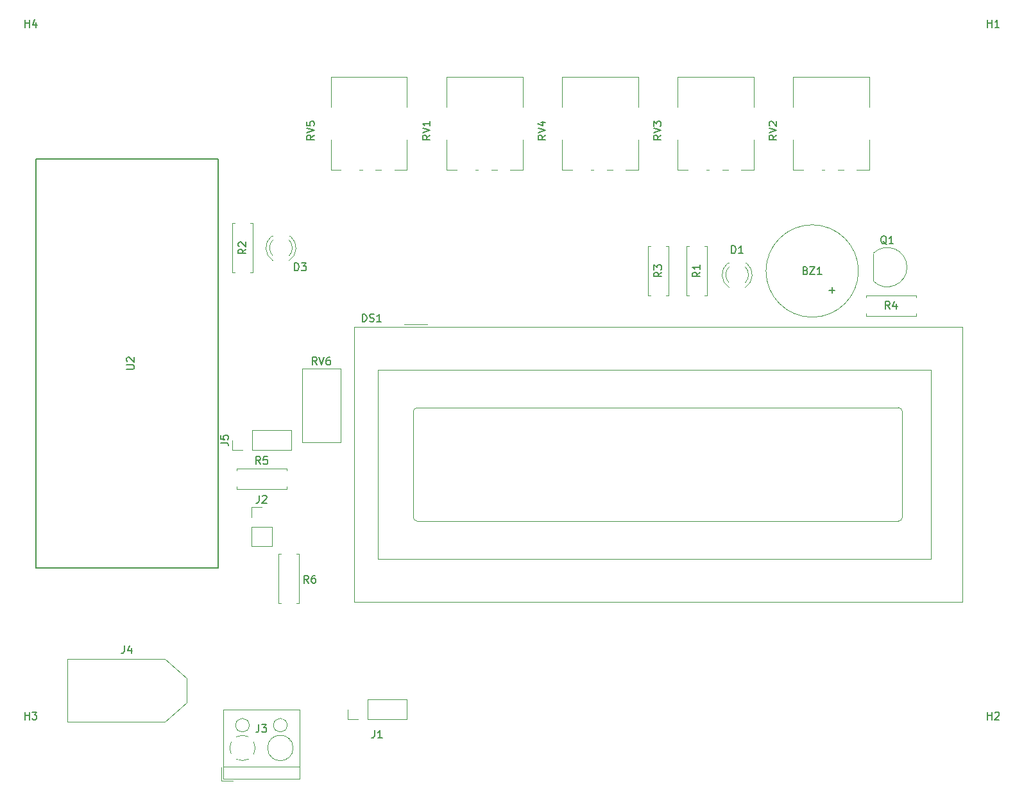
<source format=gbr>
%TF.GenerationSoftware,KiCad,Pcbnew,(6.0.8)*%
%TF.CreationDate,2022-11-09T11:36:30+07:00*%
%TF.ProjectId,SPEED_CONTROL,53504545-445f-4434-9f4e-54524f4c2e6b,rev?*%
%TF.SameCoordinates,Original*%
%TF.FileFunction,Legend,Top*%
%TF.FilePolarity,Positive*%
%FSLAX46Y46*%
G04 Gerber Fmt 4.6, Leading zero omitted, Abs format (unit mm)*
G04 Created by KiCad (PCBNEW (6.0.8)) date 2022-11-09 11:36:30*
%MOMM*%
%LPD*%
G01*
G04 APERTURE LIST*
%ADD10C,0.150000*%
%ADD11C,0.120000*%
G04 APERTURE END LIST*
D10*
%TO.C,RV2*%
X133986380Y-40981238D02*
X133510190Y-41314571D01*
X133986380Y-41552666D02*
X132986380Y-41552666D01*
X132986380Y-41171714D01*
X133034000Y-41076476D01*
X133081619Y-41028857D01*
X133176857Y-40981238D01*
X133319714Y-40981238D01*
X133414952Y-41028857D01*
X133462571Y-41076476D01*
X133510190Y-41171714D01*
X133510190Y-41552666D01*
X132986380Y-40695523D02*
X133986380Y-40362190D01*
X132986380Y-40028857D01*
X133081619Y-39743142D02*
X133034000Y-39695523D01*
X132986380Y-39600285D01*
X132986380Y-39362190D01*
X133034000Y-39266952D01*
X133081619Y-39219333D01*
X133176857Y-39171714D01*
X133272095Y-39171714D01*
X133414952Y-39219333D01*
X133986380Y-39790761D01*
X133986380Y-39171714D01*
%TO.C,R2*%
X63952380Y-56046666D02*
X63476190Y-56380000D01*
X63952380Y-56618095D02*
X62952380Y-56618095D01*
X62952380Y-56237142D01*
X63000000Y-56141904D01*
X63047619Y-56094285D01*
X63142857Y-56046666D01*
X63285714Y-56046666D01*
X63380952Y-56094285D01*
X63428571Y-56141904D01*
X63476190Y-56237142D01*
X63476190Y-56618095D01*
X63047619Y-55665714D02*
X63000000Y-55618095D01*
X62952380Y-55522857D01*
X62952380Y-55284761D01*
X63000000Y-55189523D01*
X63047619Y-55141904D01*
X63142857Y-55094285D01*
X63238095Y-55094285D01*
X63380952Y-55141904D01*
X63952380Y-55713333D01*
X63952380Y-55094285D01*
%TO.C,R3*%
X118816380Y-59094666D02*
X118340190Y-59428000D01*
X118816380Y-59666095D02*
X117816380Y-59666095D01*
X117816380Y-59285142D01*
X117864000Y-59189904D01*
X117911619Y-59142285D01*
X118006857Y-59094666D01*
X118149714Y-59094666D01*
X118244952Y-59142285D01*
X118292571Y-59189904D01*
X118340190Y-59285142D01*
X118340190Y-59666095D01*
X117816380Y-58761333D02*
X117816380Y-58142285D01*
X118197333Y-58475619D01*
X118197333Y-58332761D01*
X118244952Y-58237523D01*
X118292571Y-58189904D01*
X118387809Y-58142285D01*
X118625904Y-58142285D01*
X118721142Y-58189904D01*
X118768761Y-58237523D01*
X118816380Y-58332761D01*
X118816380Y-58618476D01*
X118768761Y-58713714D01*
X118721142Y-58761333D01*
%TO.C,DS1*%
X79329714Y-65612880D02*
X79329714Y-64612880D01*
X79567809Y-64612880D01*
X79710666Y-64660500D01*
X79805904Y-64755738D01*
X79853523Y-64850976D01*
X79901142Y-65041452D01*
X79901142Y-65184309D01*
X79853523Y-65374785D01*
X79805904Y-65470023D01*
X79710666Y-65565261D01*
X79567809Y-65612880D01*
X79329714Y-65612880D01*
X80282095Y-65565261D02*
X80424952Y-65612880D01*
X80663047Y-65612880D01*
X80758285Y-65565261D01*
X80805904Y-65517642D01*
X80853523Y-65422404D01*
X80853523Y-65327166D01*
X80805904Y-65231928D01*
X80758285Y-65184309D01*
X80663047Y-65136690D01*
X80472571Y-65089071D01*
X80377333Y-65041452D01*
X80329714Y-64993833D01*
X80282095Y-64898595D01*
X80282095Y-64803357D01*
X80329714Y-64708119D01*
X80377333Y-64660500D01*
X80472571Y-64612880D01*
X80710666Y-64612880D01*
X80853523Y-64660500D01*
X81805904Y-65612880D02*
X81234476Y-65612880D01*
X81520190Y-65612880D02*
X81520190Y-64612880D01*
X81424952Y-64755738D01*
X81329714Y-64850976D01*
X81234476Y-64898595D01*
%TO.C,H1*%
X161798095Y-26732380D02*
X161798095Y-25732380D01*
X161798095Y-26208571D02*
X162369523Y-26208571D01*
X162369523Y-26732380D02*
X162369523Y-25732380D01*
X163369523Y-26732380D02*
X162798095Y-26732380D01*
X163083809Y-26732380D02*
X163083809Y-25732380D01*
X162988571Y-25875238D01*
X162893333Y-25970476D01*
X162798095Y-26018095D01*
%TO.C,R5*%
X65873333Y-84442380D02*
X65540000Y-83966190D01*
X65301904Y-84442380D02*
X65301904Y-83442380D01*
X65682857Y-83442380D01*
X65778095Y-83490000D01*
X65825714Y-83537619D01*
X65873333Y-83632857D01*
X65873333Y-83775714D01*
X65825714Y-83870952D01*
X65778095Y-83918571D01*
X65682857Y-83966190D01*
X65301904Y-83966190D01*
X66778095Y-83442380D02*
X66301904Y-83442380D01*
X66254285Y-83918571D01*
X66301904Y-83870952D01*
X66397142Y-83823333D01*
X66635238Y-83823333D01*
X66730476Y-83870952D01*
X66778095Y-83918571D01*
X66825714Y-84013809D01*
X66825714Y-84251904D01*
X66778095Y-84347142D01*
X66730476Y-84394761D01*
X66635238Y-84442380D01*
X66397142Y-84442380D01*
X66301904Y-84394761D01*
X66254285Y-84347142D01*
%TO.C,J3*%
X65666666Y-118832380D02*
X65666666Y-119546666D01*
X65619047Y-119689523D01*
X65523809Y-119784761D01*
X65380952Y-119832380D01*
X65285714Y-119832380D01*
X66047619Y-118832380D02*
X66666666Y-118832380D01*
X66333333Y-119213333D01*
X66476190Y-119213333D01*
X66571428Y-119260952D01*
X66619047Y-119308571D01*
X66666666Y-119403809D01*
X66666666Y-119641904D01*
X66619047Y-119737142D01*
X66571428Y-119784761D01*
X66476190Y-119832380D01*
X66190476Y-119832380D01*
X66095238Y-119784761D01*
X66047619Y-119737142D01*
%TO.C,H2*%
X161798095Y-118172380D02*
X161798095Y-117172380D01*
X161798095Y-117648571D02*
X162369523Y-117648571D01*
X162369523Y-118172380D02*
X162369523Y-117172380D01*
X162798095Y-117267619D02*
X162845714Y-117220000D01*
X162940952Y-117172380D01*
X163179047Y-117172380D01*
X163274285Y-117220000D01*
X163321904Y-117267619D01*
X163369523Y-117362857D01*
X163369523Y-117458095D01*
X163321904Y-117600952D01*
X162750476Y-118172380D01*
X163369523Y-118172380D01*
%TO.C,H4*%
X34798095Y-26732380D02*
X34798095Y-25732380D01*
X34798095Y-26208571D02*
X35369523Y-26208571D01*
X35369523Y-26732380D02*
X35369523Y-25732380D01*
X36274285Y-26065714D02*
X36274285Y-26732380D01*
X36036190Y-25684761D02*
X35798095Y-26399047D01*
X36417142Y-26399047D01*
%TO.C,J2*%
X65706666Y-88562380D02*
X65706666Y-89276666D01*
X65659047Y-89419523D01*
X65563809Y-89514761D01*
X65420952Y-89562380D01*
X65325714Y-89562380D01*
X66135238Y-88657619D02*
X66182857Y-88610000D01*
X66278095Y-88562380D01*
X66516190Y-88562380D01*
X66611428Y-88610000D01*
X66659047Y-88657619D01*
X66706666Y-88752857D01*
X66706666Y-88848095D01*
X66659047Y-88990952D01*
X66087619Y-89562380D01*
X66706666Y-89562380D01*
%TO.C,R6*%
X72223333Y-100147380D02*
X71890000Y-99671190D01*
X71651904Y-100147380D02*
X71651904Y-99147380D01*
X72032857Y-99147380D01*
X72128095Y-99195000D01*
X72175714Y-99242619D01*
X72223333Y-99337857D01*
X72223333Y-99480714D01*
X72175714Y-99575952D01*
X72128095Y-99623571D01*
X72032857Y-99671190D01*
X71651904Y-99671190D01*
X73080476Y-99147380D02*
X72890000Y-99147380D01*
X72794761Y-99195000D01*
X72747142Y-99242619D01*
X72651904Y-99385476D01*
X72604285Y-99575952D01*
X72604285Y-99956904D01*
X72651904Y-100052142D01*
X72699523Y-100099761D01*
X72794761Y-100147380D01*
X72985238Y-100147380D01*
X73080476Y-100099761D01*
X73128095Y-100052142D01*
X73175714Y-99956904D01*
X73175714Y-99718809D01*
X73128095Y-99623571D01*
X73080476Y-99575952D01*
X72985238Y-99528333D01*
X72794761Y-99528333D01*
X72699523Y-99575952D01*
X72651904Y-99623571D01*
X72604285Y-99718809D01*
%TO.C,R4*%
X148931333Y-63952380D02*
X148598000Y-63476190D01*
X148359904Y-63952380D02*
X148359904Y-62952380D01*
X148740857Y-62952380D01*
X148836095Y-63000000D01*
X148883714Y-63047619D01*
X148931333Y-63142857D01*
X148931333Y-63285714D01*
X148883714Y-63380952D01*
X148836095Y-63428571D01*
X148740857Y-63476190D01*
X148359904Y-63476190D01*
X149788476Y-63285714D02*
X149788476Y-63952380D01*
X149550380Y-62904761D02*
X149312285Y-63619047D01*
X149931333Y-63619047D01*
%TO.C,J5*%
X60622380Y-81613333D02*
X61336666Y-81613333D01*
X61479523Y-81660952D01*
X61574761Y-81756190D01*
X61622380Y-81899047D01*
X61622380Y-81994285D01*
X60622380Y-80660952D02*
X60622380Y-81137142D01*
X61098571Y-81184761D01*
X61050952Y-81137142D01*
X61003333Y-81041904D01*
X61003333Y-80803809D01*
X61050952Y-80708571D01*
X61098571Y-80660952D01*
X61193809Y-80613333D01*
X61431904Y-80613333D01*
X61527142Y-80660952D01*
X61574761Y-80708571D01*
X61622380Y-80803809D01*
X61622380Y-81041904D01*
X61574761Y-81137142D01*
X61527142Y-81184761D01*
%TO.C,D3*%
X70381904Y-58872380D02*
X70381904Y-57872380D01*
X70620000Y-57872380D01*
X70762857Y-57920000D01*
X70858095Y-58015238D01*
X70905714Y-58110476D01*
X70953333Y-58300952D01*
X70953333Y-58443809D01*
X70905714Y-58634285D01*
X70858095Y-58729523D01*
X70762857Y-58824761D01*
X70620000Y-58872380D01*
X70381904Y-58872380D01*
X71286666Y-57872380D02*
X71905714Y-57872380D01*
X71572380Y-58253333D01*
X71715238Y-58253333D01*
X71810476Y-58300952D01*
X71858095Y-58348571D01*
X71905714Y-58443809D01*
X71905714Y-58681904D01*
X71858095Y-58777142D01*
X71810476Y-58824761D01*
X71715238Y-58872380D01*
X71429523Y-58872380D01*
X71334285Y-58824761D01*
X71286666Y-58777142D01*
%TO.C,RV6*%
X73318761Y-71318380D02*
X72985428Y-70842190D01*
X72747333Y-71318380D02*
X72747333Y-70318380D01*
X73128285Y-70318380D01*
X73223523Y-70366000D01*
X73271142Y-70413619D01*
X73318761Y-70508857D01*
X73318761Y-70651714D01*
X73271142Y-70746952D01*
X73223523Y-70794571D01*
X73128285Y-70842190D01*
X72747333Y-70842190D01*
X73604476Y-70318380D02*
X73937809Y-71318380D01*
X74271142Y-70318380D01*
X75033047Y-70318380D02*
X74842571Y-70318380D01*
X74747333Y-70366000D01*
X74699714Y-70413619D01*
X74604476Y-70556476D01*
X74556857Y-70746952D01*
X74556857Y-71127904D01*
X74604476Y-71223142D01*
X74652095Y-71270761D01*
X74747333Y-71318380D01*
X74937809Y-71318380D01*
X75033047Y-71270761D01*
X75080666Y-71223142D01*
X75128285Y-71127904D01*
X75128285Y-70889809D01*
X75080666Y-70794571D01*
X75033047Y-70746952D01*
X74937809Y-70699333D01*
X74747333Y-70699333D01*
X74652095Y-70746952D01*
X74604476Y-70794571D01*
X74556857Y-70889809D01*
%TO.C,BZ1*%
X137803047Y-58856571D02*
X137945904Y-58904190D01*
X137993523Y-58951809D01*
X138041142Y-59047047D01*
X138041142Y-59189904D01*
X137993523Y-59285142D01*
X137945904Y-59332761D01*
X137850666Y-59380380D01*
X137469714Y-59380380D01*
X137469714Y-58380380D01*
X137803047Y-58380380D01*
X137898285Y-58428000D01*
X137945904Y-58475619D01*
X137993523Y-58570857D01*
X137993523Y-58666095D01*
X137945904Y-58761333D01*
X137898285Y-58808952D01*
X137803047Y-58856571D01*
X137469714Y-58856571D01*
X138374476Y-58380380D02*
X139041142Y-58380380D01*
X138374476Y-59380380D01*
X139041142Y-59380380D01*
X139945904Y-59380380D02*
X139374476Y-59380380D01*
X139660190Y-59380380D02*
X139660190Y-58380380D01*
X139564952Y-58523238D01*
X139469714Y-58618476D01*
X139374476Y-58666095D01*
X141295428Y-61848952D02*
X141295428Y-61087047D01*
X141676380Y-61468000D02*
X140914476Y-61468000D01*
%TO.C,J4*%
X47926666Y-108418380D02*
X47926666Y-109132666D01*
X47879047Y-109275523D01*
X47783809Y-109370761D01*
X47640952Y-109418380D01*
X47545714Y-109418380D01*
X48831428Y-108751714D02*
X48831428Y-109418380D01*
X48593333Y-108370761D02*
X48355238Y-109085047D01*
X48974285Y-109085047D01*
%TO.C,RV1*%
X88266380Y-40981238D02*
X87790190Y-41314571D01*
X88266380Y-41552666D02*
X87266380Y-41552666D01*
X87266380Y-41171714D01*
X87314000Y-41076476D01*
X87361619Y-41028857D01*
X87456857Y-40981238D01*
X87599714Y-40981238D01*
X87694952Y-41028857D01*
X87742571Y-41076476D01*
X87790190Y-41171714D01*
X87790190Y-41552666D01*
X87266380Y-40695523D02*
X88266380Y-40362190D01*
X87266380Y-40028857D01*
X88266380Y-39171714D02*
X88266380Y-39743142D01*
X88266380Y-39457428D02*
X87266380Y-39457428D01*
X87409238Y-39552666D01*
X87504476Y-39647904D01*
X87552095Y-39743142D01*
%TO.C,R1*%
X123896380Y-59094666D02*
X123420190Y-59428000D01*
X123896380Y-59666095D02*
X122896380Y-59666095D01*
X122896380Y-59285142D01*
X122944000Y-59189904D01*
X122991619Y-59142285D01*
X123086857Y-59094666D01*
X123229714Y-59094666D01*
X123324952Y-59142285D01*
X123372571Y-59189904D01*
X123420190Y-59285142D01*
X123420190Y-59666095D01*
X123896380Y-58142285D02*
X123896380Y-58713714D01*
X123896380Y-58428000D02*
X122896380Y-58428000D01*
X123039238Y-58523238D01*
X123134476Y-58618476D01*
X123182095Y-58713714D01*
%TO.C,RV3*%
X118746380Y-40981238D02*
X118270190Y-41314571D01*
X118746380Y-41552666D02*
X117746380Y-41552666D01*
X117746380Y-41171714D01*
X117794000Y-41076476D01*
X117841619Y-41028857D01*
X117936857Y-40981238D01*
X118079714Y-40981238D01*
X118174952Y-41028857D01*
X118222571Y-41076476D01*
X118270190Y-41171714D01*
X118270190Y-41552666D01*
X117746380Y-40695523D02*
X118746380Y-40362190D01*
X117746380Y-40028857D01*
X117746380Y-39790761D02*
X117746380Y-39171714D01*
X118127333Y-39505047D01*
X118127333Y-39362190D01*
X118174952Y-39266952D01*
X118222571Y-39219333D01*
X118317809Y-39171714D01*
X118555904Y-39171714D01*
X118651142Y-39219333D01*
X118698761Y-39266952D01*
X118746380Y-39362190D01*
X118746380Y-39647904D01*
X118698761Y-39743142D01*
X118651142Y-39790761D01*
%TO.C,RV5*%
X72986380Y-40981238D02*
X72510190Y-41314571D01*
X72986380Y-41552666D02*
X71986380Y-41552666D01*
X71986380Y-41171714D01*
X72034000Y-41076476D01*
X72081619Y-41028857D01*
X72176857Y-40981238D01*
X72319714Y-40981238D01*
X72414952Y-41028857D01*
X72462571Y-41076476D01*
X72510190Y-41171714D01*
X72510190Y-41552666D01*
X71986380Y-40695523D02*
X72986380Y-40362190D01*
X71986380Y-40028857D01*
X71986380Y-39219333D02*
X71986380Y-39695523D01*
X72462571Y-39743142D01*
X72414952Y-39695523D01*
X72367333Y-39600285D01*
X72367333Y-39362190D01*
X72414952Y-39266952D01*
X72462571Y-39219333D01*
X72557809Y-39171714D01*
X72795904Y-39171714D01*
X72891142Y-39219333D01*
X72938761Y-39266952D01*
X72986380Y-39362190D01*
X72986380Y-39600285D01*
X72938761Y-39695523D01*
X72891142Y-39743142D01*
%TO.C,D1*%
X128039904Y-56586380D02*
X128039904Y-55586380D01*
X128278000Y-55586380D01*
X128420857Y-55634000D01*
X128516095Y-55729238D01*
X128563714Y-55824476D01*
X128611333Y-56014952D01*
X128611333Y-56157809D01*
X128563714Y-56348285D01*
X128516095Y-56443523D01*
X128420857Y-56538761D01*
X128278000Y-56586380D01*
X128039904Y-56586380D01*
X129563714Y-56586380D02*
X128992285Y-56586380D01*
X129278000Y-56586380D02*
X129278000Y-55586380D01*
X129182761Y-55729238D01*
X129087523Y-55824476D01*
X128992285Y-55872095D01*
%TO.C,U2*%
X48212380Y-71881904D02*
X49021904Y-71881904D01*
X49117142Y-71834285D01*
X49164761Y-71786666D01*
X49212380Y-71691428D01*
X49212380Y-71500952D01*
X49164761Y-71405714D01*
X49117142Y-71358095D01*
X49021904Y-71310476D01*
X48212380Y-71310476D01*
X48307619Y-70881904D02*
X48260000Y-70834285D01*
X48212380Y-70739047D01*
X48212380Y-70500952D01*
X48260000Y-70405714D01*
X48307619Y-70358095D01*
X48402857Y-70310476D01*
X48498095Y-70310476D01*
X48640952Y-70358095D01*
X49212380Y-70929523D01*
X49212380Y-70310476D01*
%TO.C,H3*%
X34798095Y-118172380D02*
X34798095Y-117172380D01*
X34798095Y-117648571D02*
X35369523Y-117648571D01*
X35369523Y-118172380D02*
X35369523Y-117172380D01*
X35750476Y-117172380D02*
X36369523Y-117172380D01*
X36036190Y-117553333D01*
X36179047Y-117553333D01*
X36274285Y-117600952D01*
X36321904Y-117648571D01*
X36369523Y-117743809D01*
X36369523Y-117981904D01*
X36321904Y-118077142D01*
X36274285Y-118124761D01*
X36179047Y-118172380D01*
X35893333Y-118172380D01*
X35798095Y-118124761D01*
X35750476Y-118077142D01*
%TO.C,Q1*%
X148494761Y-55411619D02*
X148399523Y-55364000D01*
X148304285Y-55268761D01*
X148161428Y-55125904D01*
X148066190Y-55078285D01*
X147970952Y-55078285D01*
X148018571Y-55316380D02*
X147923333Y-55268761D01*
X147828095Y-55173523D01*
X147780476Y-54983047D01*
X147780476Y-54649714D01*
X147828095Y-54459238D01*
X147923333Y-54364000D01*
X148018571Y-54316380D01*
X148209047Y-54316380D01*
X148304285Y-54364000D01*
X148399523Y-54459238D01*
X148447142Y-54649714D01*
X148447142Y-54983047D01*
X148399523Y-55173523D01*
X148304285Y-55268761D01*
X148209047Y-55316380D01*
X148018571Y-55316380D01*
X149399523Y-55316380D02*
X148828095Y-55316380D01*
X149113809Y-55316380D02*
X149113809Y-54316380D01*
X149018571Y-54459238D01*
X148923333Y-54554476D01*
X148828095Y-54602095D01*
%TO.C,RV4*%
X103506380Y-40981238D02*
X103030190Y-41314571D01*
X103506380Y-41552666D02*
X102506380Y-41552666D01*
X102506380Y-41171714D01*
X102554000Y-41076476D01*
X102601619Y-41028857D01*
X102696857Y-40981238D01*
X102839714Y-40981238D01*
X102934952Y-41028857D01*
X102982571Y-41076476D01*
X103030190Y-41171714D01*
X103030190Y-41552666D01*
X102506380Y-40695523D02*
X103506380Y-40362190D01*
X102506380Y-40028857D01*
X102839714Y-39266952D02*
X103506380Y-39266952D01*
X102458761Y-39505047D02*
X103173047Y-39743142D01*
X103173047Y-39124095D01*
%TO.C,J1*%
X80946666Y-119594380D02*
X80946666Y-120308666D01*
X80899047Y-120451523D01*
X80803809Y-120546761D01*
X80660952Y-120594380D01*
X80565714Y-120594380D01*
X81946666Y-120594380D02*
X81375238Y-120594380D01*
X81660952Y-120594380D02*
X81660952Y-119594380D01*
X81565714Y-119737238D01*
X81470476Y-119832476D01*
X81375238Y-119880095D01*
D11*
%TO.C,RV2*%
X142055000Y-45556000D02*
X142814000Y-45556000D01*
X136163000Y-33316000D02*
X146204000Y-33316000D01*
X146204000Y-37252000D02*
X146204000Y-33316000D01*
X136163000Y-37252000D02*
X136163000Y-33316000D01*
X136163000Y-45556000D02*
X137484000Y-45556000D01*
X136163000Y-45556000D02*
X136163000Y-41619000D01*
X146204000Y-45556000D02*
X146204000Y-41619000D01*
X144554000Y-45556000D02*
X146204000Y-45556000D01*
X139934000Y-45556000D02*
X140314000Y-45556000D01*
%TO.C,R2*%
X62130000Y-52610000D02*
X62130000Y-59150000D01*
X62130000Y-59150000D02*
X62460000Y-59150000D01*
X64540000Y-52610000D02*
X64870000Y-52610000D01*
X64870000Y-52610000D02*
X64870000Y-59150000D01*
X64870000Y-59150000D02*
X64540000Y-59150000D01*
X62460000Y-52610000D02*
X62130000Y-52610000D01*
%TO.C,R3*%
X119734000Y-55658000D02*
X119734000Y-62198000D01*
X117324000Y-55658000D02*
X116994000Y-55658000D01*
X119404000Y-55658000D02*
X119734000Y-55658000D01*
X119734000Y-62198000D02*
X119404000Y-62198000D01*
X116994000Y-55658000D02*
X116994000Y-62198000D01*
X116994000Y-62198000D02*
X117324000Y-62198000D01*
%TO.C,DS1*%
X78224000Y-102610500D02*
X158504000Y-102610500D01*
X86564000Y-76970500D02*
X150064000Y-76970500D01*
X84864000Y-65970500D02*
X87864000Y-65970500D01*
X154364000Y-96970500D02*
X81364000Y-96970500D01*
X150064660Y-91970500D02*
X86564000Y-91970500D01*
X81364000Y-96970500D02*
X81364000Y-71970500D01*
X86064280Y-91469820D02*
X86064280Y-77470500D01*
X150564000Y-77470500D02*
X150564000Y-91470500D01*
X78224000Y-66330500D02*
X78224000Y-102610500D01*
X158504000Y-66330500D02*
X79024000Y-66330500D01*
X154364000Y-71970500D02*
X154364000Y-96970500D01*
X81364000Y-71970500D02*
X154364000Y-71970500D01*
X78234000Y-66330500D02*
X79024000Y-66330500D01*
X158504000Y-102610500D02*
X158504000Y-66330500D01*
X150564000Y-77470500D02*
G75*
G03*
X150064000Y-76970500I-500000J0D01*
G01*
X150064660Y-91970240D02*
G75*
G03*
X150565040Y-91469820I-60J500440D01*
G01*
X86564660Y-76968960D02*
G75*
G03*
X86064280Y-77469340I0J-500380D01*
G01*
X86064280Y-91469820D02*
G75*
G03*
X86564660Y-91970200I500380J0D01*
G01*
%TO.C,R5*%
X69310000Y-84990000D02*
X69310000Y-85320000D01*
X62770000Y-87730000D02*
X69310000Y-87730000D01*
X62770000Y-84990000D02*
X69310000Y-84990000D01*
X62770000Y-87400000D02*
X62770000Y-87730000D01*
X69310000Y-87730000D02*
X69310000Y-87400000D01*
X62770000Y-85320000D02*
X62770000Y-84990000D01*
%TO.C,J3*%
X60940000Y-125980000D02*
X71060000Y-125980000D01*
X67490000Y-123136000D02*
X67431000Y-123194000D01*
X60940000Y-116860000D02*
X60940000Y-125980000D01*
X60940000Y-124420000D02*
X71060000Y-124420000D01*
X60700000Y-126220000D02*
X62200000Y-126220000D01*
X60940000Y-116860000D02*
X71060000Y-116860000D01*
X71060000Y-116860000D02*
X71060000Y-125980000D01*
X60700000Y-124480000D02*
X60700000Y-126220000D01*
X69570000Y-120645000D02*
X69511000Y-120704000D01*
X67320000Y-122896000D02*
X67226000Y-122989000D01*
X69775000Y-120851000D02*
X69681000Y-120944000D01*
X64289000Y-120436000D02*
G75*
G03*
X62710911Y-120436047I-789000J-1483995D01*
G01*
X62711000Y-123404000D02*
G75*
G03*
X63529383Y-123600450I788998J1483995D01*
G01*
X64984001Y-122709000D02*
G75*
G03*
X64983953Y-121130911I-1484001J789000D01*
G01*
X63500000Y-123600000D02*
G75*
G03*
X64288712Y-123403352I0J1680000D01*
G01*
X62016000Y-121131000D02*
G75*
G03*
X62016047Y-122709089I1483995J-789000D01*
G01*
X70180000Y-121920000D02*
G75*
G03*
X70180000Y-121920000I-1680000J0D01*
G01*
X64400000Y-118920000D02*
G75*
G03*
X64400000Y-118920000I-900000J0D01*
G01*
X69400000Y-118920000D02*
G75*
G03*
X69400000Y-118920000I-900000J0D01*
G01*
%TO.C,J2*%
X64710000Y-92710000D02*
X67370000Y-92710000D01*
X64710000Y-91440000D02*
X64710000Y-90110000D01*
X64710000Y-95310000D02*
X67370000Y-95310000D01*
X64710000Y-90110000D02*
X66040000Y-90110000D01*
X67370000Y-92710000D02*
X67370000Y-95310000D01*
X64710000Y-92710000D02*
X64710000Y-95310000D01*
%TO.C,R6*%
X68226000Y-96298000D02*
X68556000Y-96298000D01*
X68226000Y-102838000D02*
X68226000Y-96298000D01*
X70966000Y-102838000D02*
X70966000Y-96298000D01*
X68556000Y-102838000D02*
X68226000Y-102838000D01*
X70966000Y-96298000D02*
X70636000Y-96298000D01*
X70636000Y-102838000D02*
X70966000Y-102838000D01*
%TO.C,R4*%
X152368000Y-64870000D02*
X152368000Y-64540000D01*
X145828000Y-62460000D02*
X145828000Y-62130000D01*
X145828000Y-64870000D02*
X152368000Y-64870000D01*
X152368000Y-62130000D02*
X152368000Y-62460000D01*
X145828000Y-62130000D02*
X152368000Y-62130000D01*
X145828000Y-64540000D02*
X145828000Y-64870000D01*
%TO.C,J5*%
X63500000Y-82610000D02*
X62170000Y-82610000D01*
X64770000Y-79950000D02*
X69910000Y-79950000D01*
X62170000Y-82610000D02*
X62170000Y-81280000D01*
X64770000Y-82610000D02*
X69910000Y-82610000D01*
X69910000Y-82610000D02*
X69910000Y-79950000D01*
X64770000Y-82610000D02*
X64770000Y-79950000D01*
%TO.C,D3*%
X69816000Y-54320000D02*
X69660000Y-54320000D01*
X67500000Y-54320000D02*
X67344000Y-54320000D01*
X67344484Y-54320000D02*
G75*
G03*
X67501392Y-57552335I1235516J-1560000D01*
G01*
X69659837Y-56921130D02*
G75*
G03*
X69660000Y-54839039I-1079837J1041130D01*
G01*
X69658608Y-57552335D02*
G75*
G03*
X69815516Y-54320000I-1078608J1672335D01*
G01*
X67500000Y-54839039D02*
G75*
G03*
X67500163Y-56921130I1080000J-1040961D01*
G01*
%TO.C,RV6*%
X76454000Y-81593000D02*
X76454000Y-71823000D01*
X71384000Y-81593000D02*
X71384000Y-71823000D01*
X71384000Y-71823000D02*
X76454000Y-71823000D01*
X71384000Y-81593000D02*
X76454000Y-81593000D01*
%TO.C,BZ1*%
X144784000Y-58928000D02*
G75*
G03*
X144784000Y-58928000I-6100000J0D01*
G01*
%TO.C,J4*%
X40410000Y-110150000D02*
X40410000Y-118450000D01*
X56110000Y-115900000D02*
X56110000Y-112750000D01*
X53260000Y-118450000D02*
X56110000Y-115900000D01*
X53260000Y-110150000D02*
X40410000Y-110150000D01*
X40410000Y-118450000D02*
X53260000Y-118450000D01*
X56110000Y-112750000D02*
X53260000Y-110150000D01*
%TO.C,RV1*%
X94214000Y-45556000D02*
X94594000Y-45556000D01*
X90443000Y-37252000D02*
X90443000Y-33316000D01*
X98834000Y-45556000D02*
X100484000Y-45556000D01*
X90443000Y-33316000D02*
X100484000Y-33316000D01*
X90443000Y-45556000D02*
X90443000Y-41619000D01*
X96335000Y-45556000D02*
X97094000Y-45556000D01*
X90443000Y-45556000D02*
X91764000Y-45556000D01*
X100484000Y-45556000D02*
X100484000Y-41619000D01*
X100484000Y-37252000D02*
X100484000Y-33316000D01*
%TO.C,R1*%
X124814000Y-62198000D02*
X124484000Y-62198000D01*
X122074000Y-62198000D02*
X122404000Y-62198000D01*
X122404000Y-55658000D02*
X122074000Y-55658000D01*
X124814000Y-55658000D02*
X124814000Y-62198000D01*
X124484000Y-55658000D02*
X124814000Y-55658000D01*
X122074000Y-55658000D02*
X122074000Y-62198000D01*
%TO.C,RV3*%
X129314000Y-45556000D02*
X130964000Y-45556000D01*
X130964000Y-45556000D02*
X130964000Y-41619000D01*
X124694000Y-45556000D02*
X125074000Y-45556000D01*
X120923000Y-33316000D02*
X130964000Y-33316000D01*
X120923000Y-37252000D02*
X120923000Y-33316000D01*
X120923000Y-45556000D02*
X122244000Y-45556000D01*
X126815000Y-45556000D02*
X127574000Y-45556000D01*
X130964000Y-37252000D02*
X130964000Y-33316000D01*
X120923000Y-45556000D02*
X120923000Y-41619000D01*
%TO.C,RV5*%
X85204000Y-45556000D02*
X85204000Y-41619000D01*
X78934000Y-45556000D02*
X79314000Y-45556000D01*
X75163000Y-45556000D02*
X75163000Y-41619000D01*
X83554000Y-45556000D02*
X85204000Y-45556000D01*
X81055000Y-45556000D02*
X81814000Y-45556000D01*
X75163000Y-33316000D02*
X85204000Y-33316000D01*
X75163000Y-45556000D02*
X76484000Y-45556000D01*
X75163000Y-37252000D02*
X75163000Y-33316000D01*
X85204000Y-37252000D02*
X85204000Y-33316000D01*
%TO.C,D1*%
X127698000Y-57871000D02*
X127542000Y-57871000D01*
X130014000Y-57871000D02*
X129858000Y-57871000D01*
X129857837Y-60472130D02*
G75*
G03*
X129858000Y-58390039I-1079837J1041130D01*
G01*
X129856608Y-61103335D02*
G75*
G03*
X130013516Y-57871000I-1078608J1672335D01*
G01*
X127542484Y-57871000D02*
G75*
G03*
X127699392Y-61103335I1235516J-1560000D01*
G01*
X127698000Y-58390039D02*
G75*
G03*
X127698163Y-60472130I1080000J-1040961D01*
G01*
D10*
%TO.C,U2*%
X36260000Y-44120000D02*
X36260000Y-98120000D01*
X60260000Y-98120000D02*
X60260000Y-44120000D01*
X60260000Y-44120000D02*
X48260000Y-44120000D01*
X48260000Y-44120000D02*
X36260000Y-44120000D01*
X36260000Y-98120000D02*
X60260000Y-98120000D01*
D11*
%TO.C,Q1*%
X146740000Y-56620000D02*
X146740000Y-60220000D01*
X151190001Y-58420000D02*
G75*
G03*
X146751522Y-56581522I-2600001J0D01*
G01*
X146751522Y-60258478D02*
G75*
G03*
X151190000Y-58420000I1838478J1838478D01*
G01*
%TO.C,RV4*%
X114074000Y-45556000D02*
X115724000Y-45556000D01*
X105683000Y-33316000D02*
X115724000Y-33316000D01*
X105683000Y-37252000D02*
X105683000Y-33316000D01*
X105683000Y-45556000D02*
X107004000Y-45556000D01*
X105683000Y-45556000D02*
X105683000Y-41619000D01*
X109454000Y-45556000D02*
X109834000Y-45556000D01*
X115724000Y-37252000D02*
X115724000Y-33316000D01*
X111575000Y-45556000D02*
X112334000Y-45556000D01*
X115724000Y-45556000D02*
X115724000Y-41619000D01*
%TO.C,J1*%
X80025000Y-118170000D02*
X80025000Y-115510000D01*
X80025000Y-115510000D02*
X85165000Y-115510000D01*
X78755000Y-118170000D02*
X77425000Y-118170000D01*
X77425000Y-118170000D02*
X77425000Y-116840000D01*
X85165000Y-118170000D02*
X85165000Y-115510000D01*
X80025000Y-118170000D02*
X85165000Y-118170000D01*
%TD*%
M02*

</source>
